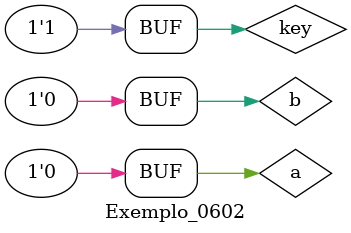
<source format=v>

module multiplexer(input a, input b, input key, output out);

	wire not_key;
	wire a_and_not_key;
	wire b_and_key;
	
	not(not_key, key);
	
	// if key = 0, not_key = 1 and, and(a, not_key) = a
	// if key = 1, not_key = 0 and, and(a, not_key) = 0
	and(a_and_not_key, a, not_key);
	
	// if key = 1, and(b, key) = b
	// if key = 0, and(b, key) = 0
	and(b_and_key, b, key);
	
	// if key = 0, b_and_key = 0, so, who decides the or result is a
	// if key = 1, a_and_not_key = 0, so, who decides the or result is b
	or(out, a_and_not_key, b_and_key);

endmodule

module AND_OR ( input a, input b, output and1, output or1 );

	and(and1, a, b);
	or(or1, a, b);
	
endmodule

module Exemplo_0602;

	// ------------------------- data definition
	reg a;
	reg b;
	reg key;
	wire a_and_b, a_or_b;
	wire choosed_operation_result;
	
	AND_OR and_or ( a, b, a_and_b, a_or_b );
	multiplexer mux (a_or_b, a_and_b, key, choosed_operation_result);
	
	// ------------------------- main part
	initial
	begin : main
		$display("");
		$display("Exemplo_0602 - Axell Brendow - 631822");
		$display("");
		$display("key = 0  -->  or is used");
		$display("key = 1  -->  and is used");
		$display("");
		
		// projecting module tests
		$monitor("(%b, %b) = %b", a, b, choosed_operation_result);
		
		$display("for key = 0");
		   a = 1; b = 1; key = 0;
		#1 a = 1; b = 0;
		#1 a = 0; b = 1;
		#1 a = 0; b = 0;
		
		#1 $display("\nfor key = 1");
		   a = 1; b = 1; key = 1;
		#1 a = 1; b = 0;
		#1 a = 0; b = 1;
		#1 a = 0; b = 0;
	end
	
endmodule
</source>
